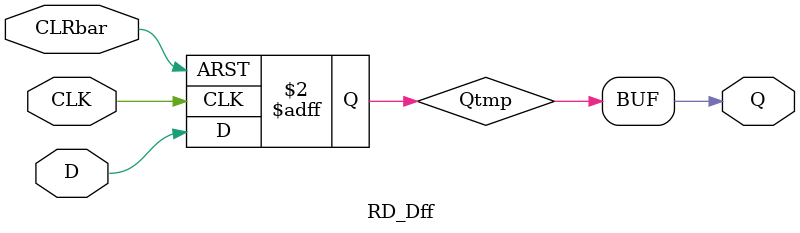
<source format=v>
`timescale 1 ns / 1 ps

module RD_Dff ( D ,Q ,CLRbar ,CLK );
//}} End of automatically maintained section	   

output Q ;
wire Q ;
input D ;
wire D ;
input CLRbar ;
wire CLRbar ;
input CLK ;
wire CLK ;	   


//}} End of automatically maintained section
reg  Qtmp ;
assign Q= Qtmp ;
always @ (posedge CLK or posedge CLRbar)
	begin
	  if (CLRbar) Qtmp <= 1'b0; 
	  else Qtmp <= D; 	  
	end



// -- Enter your statements here -- //

endmodule

</source>
